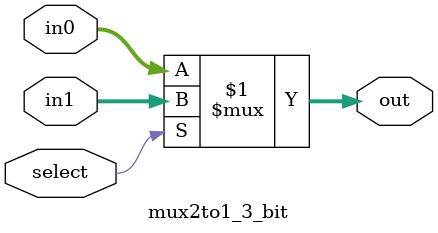
<source format=v>
module mux2to1_3_bit(select, in0, in1, out);
	input select;
	input [2:0] in0, in1;
	output [2:0] out;
	assign out = select ? in1 : in0;
endmodule
</source>
